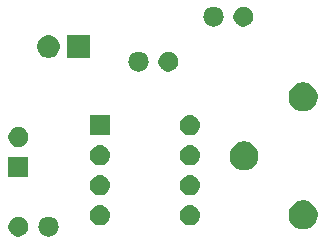
<source format=gbr>
G04 #@! TF.GenerationSoftware,KiCad,Pcbnew,5.1.4-e60b266~84~ubuntu16.04.1*
G04 #@! TF.CreationDate,2019-08-22T14:48:52+07:00*
G04 #@! TF.ProjectId,clock555,636c6f63-6b35-4353-952e-6b696361645f,rev?*
G04 #@! TF.SameCoordinates,Original*
G04 #@! TF.FileFunction,Soldermask,Bot*
G04 #@! TF.FilePolarity,Negative*
%FSLAX46Y46*%
G04 Gerber Fmt 4.6, Leading zero omitted, Abs format (unit mm)*
G04 Created by KiCad (PCBNEW 5.1.4-e60b266~84~ubuntu16.04.1) date 2019-08-22 14:48:52*
%MOMM*%
%LPD*%
G04 APERTURE LIST*
%ADD10C,0.100000*%
G04 APERTURE END LIST*
D10*
G36*
X134075623Y-120014513D02*
G01*
X134236042Y-120063176D01*
X134303161Y-120099052D01*
X134383878Y-120142196D01*
X134513459Y-120248541D01*
X134619804Y-120378122D01*
X134619805Y-120378124D01*
X134698824Y-120525958D01*
X134747487Y-120686377D01*
X134763917Y-120853200D01*
X134747487Y-121020023D01*
X134698824Y-121180442D01*
X134658277Y-121256300D01*
X134619804Y-121328278D01*
X134513459Y-121457859D01*
X134383878Y-121564204D01*
X134383876Y-121564205D01*
X134236042Y-121643224D01*
X134075623Y-121691887D01*
X133950604Y-121704200D01*
X133866996Y-121704200D01*
X133741977Y-121691887D01*
X133581558Y-121643224D01*
X133433724Y-121564205D01*
X133433722Y-121564204D01*
X133304141Y-121457859D01*
X133197796Y-121328278D01*
X133159323Y-121256300D01*
X133118776Y-121180442D01*
X133070113Y-121020023D01*
X133053683Y-120853200D01*
X133070113Y-120686377D01*
X133118776Y-120525958D01*
X133197795Y-120378124D01*
X133197796Y-120378122D01*
X133304141Y-120248541D01*
X133433722Y-120142196D01*
X133514439Y-120099052D01*
X133581558Y-120063176D01*
X133741977Y-120014513D01*
X133866996Y-120002200D01*
X133950604Y-120002200D01*
X134075623Y-120014513D01*
X134075623Y-120014513D01*
G37*
G36*
X131617028Y-120034903D02*
G01*
X131771900Y-120099053D01*
X131911281Y-120192185D01*
X132029815Y-120310719D01*
X132122947Y-120450100D01*
X132187097Y-120604972D01*
X132219800Y-120769384D01*
X132219800Y-120937016D01*
X132187097Y-121101428D01*
X132122947Y-121256300D01*
X132029815Y-121395681D01*
X131911281Y-121514215D01*
X131771900Y-121607347D01*
X131617028Y-121671497D01*
X131452616Y-121704200D01*
X131284984Y-121704200D01*
X131120572Y-121671497D01*
X130965700Y-121607347D01*
X130826319Y-121514215D01*
X130707785Y-121395681D01*
X130614653Y-121256300D01*
X130550503Y-121101428D01*
X130517800Y-120937016D01*
X130517800Y-120769384D01*
X130550503Y-120604972D01*
X130614653Y-120450100D01*
X130707785Y-120310719D01*
X130826319Y-120192185D01*
X130965700Y-120099053D01*
X131120572Y-120034903D01*
X131284984Y-120002200D01*
X131452616Y-120002200D01*
X131617028Y-120034903D01*
X131617028Y-120034903D01*
G37*
G36*
X155829553Y-118688522D02*
G01*
X155921594Y-118726647D01*
X156051759Y-118780563D01*
X156251742Y-118914187D01*
X156421813Y-119084258D01*
X156555437Y-119284241D01*
X156647478Y-119506448D01*
X156694400Y-119742341D01*
X156694400Y-119982859D01*
X156647478Y-120218752D01*
X156555437Y-120440959D01*
X156421813Y-120640942D01*
X156251742Y-120811013D01*
X156051759Y-120944637D01*
X155921594Y-120998553D01*
X155829553Y-121036678D01*
X155593659Y-121083600D01*
X155353141Y-121083600D01*
X155117247Y-121036678D01*
X155025206Y-120998553D01*
X154895041Y-120944637D01*
X154695058Y-120811013D01*
X154524987Y-120640942D01*
X154391363Y-120440959D01*
X154299322Y-120218752D01*
X154252400Y-119982859D01*
X154252400Y-119742341D01*
X154299322Y-119506448D01*
X154391363Y-119284241D01*
X154524987Y-119084258D01*
X154695058Y-118914187D01*
X154895041Y-118780563D01*
X155025206Y-118726647D01*
X155117247Y-118688522D01*
X155353141Y-118641600D01*
X155593659Y-118641600D01*
X155829553Y-118688522D01*
X155829553Y-118688522D01*
G37*
G36*
X146040382Y-119064513D02*
G01*
X146200801Y-119113176D01*
X146333465Y-119184086D01*
X146348637Y-119192196D01*
X146478218Y-119298541D01*
X146584563Y-119428122D01*
X146584564Y-119428124D01*
X146663583Y-119575958D01*
X146712246Y-119736377D01*
X146728676Y-119903200D01*
X146712246Y-120070023D01*
X146663583Y-120230442D01*
X146620674Y-120310719D01*
X146584563Y-120378278D01*
X146478218Y-120507859D01*
X146348637Y-120614204D01*
X146348635Y-120614205D01*
X146200801Y-120693224D01*
X146040382Y-120741887D01*
X145915363Y-120754200D01*
X145831755Y-120754200D01*
X145706736Y-120741887D01*
X145546317Y-120693224D01*
X145398483Y-120614205D01*
X145398481Y-120614204D01*
X145268900Y-120507859D01*
X145162555Y-120378278D01*
X145126444Y-120310719D01*
X145083535Y-120230442D01*
X145034872Y-120070023D01*
X145018442Y-119903200D01*
X145034872Y-119736377D01*
X145083535Y-119575958D01*
X145162554Y-119428124D01*
X145162555Y-119428122D01*
X145268900Y-119298541D01*
X145398481Y-119192196D01*
X145413653Y-119184086D01*
X145546317Y-119113176D01*
X145706736Y-119064513D01*
X145831755Y-119052200D01*
X145915363Y-119052200D01*
X146040382Y-119064513D01*
X146040382Y-119064513D01*
G37*
G36*
X138420382Y-119064513D02*
G01*
X138580801Y-119113176D01*
X138713465Y-119184086D01*
X138728637Y-119192196D01*
X138858218Y-119298541D01*
X138964563Y-119428122D01*
X138964564Y-119428124D01*
X139043583Y-119575958D01*
X139092246Y-119736377D01*
X139108676Y-119903200D01*
X139092246Y-120070023D01*
X139043583Y-120230442D01*
X139000674Y-120310719D01*
X138964563Y-120378278D01*
X138858218Y-120507859D01*
X138728637Y-120614204D01*
X138728635Y-120614205D01*
X138580801Y-120693224D01*
X138420382Y-120741887D01*
X138295363Y-120754200D01*
X138211755Y-120754200D01*
X138086736Y-120741887D01*
X137926317Y-120693224D01*
X137778483Y-120614205D01*
X137778481Y-120614204D01*
X137648900Y-120507859D01*
X137542555Y-120378278D01*
X137506444Y-120310719D01*
X137463535Y-120230442D01*
X137414872Y-120070023D01*
X137398442Y-119903200D01*
X137414872Y-119736377D01*
X137463535Y-119575958D01*
X137542554Y-119428124D01*
X137542555Y-119428122D01*
X137648900Y-119298541D01*
X137778481Y-119192196D01*
X137793653Y-119184086D01*
X137926317Y-119113176D01*
X138086736Y-119064513D01*
X138211755Y-119052200D01*
X138295363Y-119052200D01*
X138420382Y-119064513D01*
X138420382Y-119064513D01*
G37*
G36*
X146040382Y-116524513D02*
G01*
X146200801Y-116573176D01*
X146296260Y-116624200D01*
X146348637Y-116652196D01*
X146478218Y-116758541D01*
X146584563Y-116888122D01*
X146584564Y-116888124D01*
X146663583Y-117035958D01*
X146712246Y-117196377D01*
X146728676Y-117363200D01*
X146712246Y-117530023D01*
X146663583Y-117690442D01*
X146592673Y-117823106D01*
X146584563Y-117838278D01*
X146478218Y-117967859D01*
X146348637Y-118074204D01*
X146348635Y-118074205D01*
X146200801Y-118153224D01*
X146040382Y-118201887D01*
X145915363Y-118214200D01*
X145831755Y-118214200D01*
X145706736Y-118201887D01*
X145546317Y-118153224D01*
X145398483Y-118074205D01*
X145398481Y-118074204D01*
X145268900Y-117967859D01*
X145162555Y-117838278D01*
X145154445Y-117823106D01*
X145083535Y-117690442D01*
X145034872Y-117530023D01*
X145018442Y-117363200D01*
X145034872Y-117196377D01*
X145083535Y-117035958D01*
X145162554Y-116888124D01*
X145162555Y-116888122D01*
X145268900Y-116758541D01*
X145398481Y-116652196D01*
X145450858Y-116624200D01*
X145546317Y-116573176D01*
X145706736Y-116524513D01*
X145831755Y-116512200D01*
X145915363Y-116512200D01*
X146040382Y-116524513D01*
X146040382Y-116524513D01*
G37*
G36*
X138420382Y-116524513D02*
G01*
X138580801Y-116573176D01*
X138676260Y-116624200D01*
X138728637Y-116652196D01*
X138858218Y-116758541D01*
X138964563Y-116888122D01*
X138964564Y-116888124D01*
X139043583Y-117035958D01*
X139092246Y-117196377D01*
X139108676Y-117363200D01*
X139092246Y-117530023D01*
X139043583Y-117690442D01*
X138972673Y-117823106D01*
X138964563Y-117838278D01*
X138858218Y-117967859D01*
X138728637Y-118074204D01*
X138728635Y-118074205D01*
X138580801Y-118153224D01*
X138420382Y-118201887D01*
X138295363Y-118214200D01*
X138211755Y-118214200D01*
X138086736Y-118201887D01*
X137926317Y-118153224D01*
X137778483Y-118074205D01*
X137778481Y-118074204D01*
X137648900Y-117967859D01*
X137542555Y-117838278D01*
X137534445Y-117823106D01*
X137463535Y-117690442D01*
X137414872Y-117530023D01*
X137398442Y-117363200D01*
X137414872Y-117196377D01*
X137463535Y-117035958D01*
X137542554Y-116888124D01*
X137542555Y-116888122D01*
X137648900Y-116758541D01*
X137778481Y-116652196D01*
X137830858Y-116624200D01*
X137926317Y-116573176D01*
X138086736Y-116524513D01*
X138211755Y-116512200D01*
X138295363Y-116512200D01*
X138420382Y-116524513D01*
X138420382Y-116524513D01*
G37*
G36*
X132219800Y-116624200D02*
G01*
X130517800Y-116624200D01*
X130517800Y-114922200D01*
X132219800Y-114922200D01*
X132219800Y-116624200D01*
X132219800Y-116624200D01*
G37*
G36*
X150711605Y-113665061D02*
G01*
X150829553Y-113688522D01*
X150921594Y-113726647D01*
X151051759Y-113780563D01*
X151251742Y-113914187D01*
X151421813Y-114084258D01*
X151555437Y-114284241D01*
X151581897Y-114348122D01*
X151643135Y-114495961D01*
X151647478Y-114506448D01*
X151694400Y-114742341D01*
X151694400Y-114982859D01*
X151647478Y-115218752D01*
X151555437Y-115440959D01*
X151421813Y-115640942D01*
X151251742Y-115811013D01*
X151051759Y-115944637D01*
X150921594Y-115998553D01*
X150829553Y-116036678D01*
X150593659Y-116083600D01*
X150353141Y-116083600D01*
X150117247Y-116036678D01*
X150025206Y-115998553D01*
X149895041Y-115944637D01*
X149695058Y-115811013D01*
X149524987Y-115640942D01*
X149391363Y-115440959D01*
X149299322Y-115218752D01*
X149252400Y-114982859D01*
X149252400Y-114742341D01*
X149299322Y-114506448D01*
X149303666Y-114495961D01*
X149364903Y-114348122D01*
X149391363Y-114284241D01*
X149524987Y-114084258D01*
X149695058Y-113914187D01*
X149895041Y-113780563D01*
X150025206Y-113726647D01*
X150117247Y-113688522D01*
X150235195Y-113665061D01*
X150353141Y-113641600D01*
X150593659Y-113641600D01*
X150711605Y-113665061D01*
X150711605Y-113665061D01*
G37*
G36*
X138420382Y-113984513D02*
G01*
X138580801Y-114033176D01*
X138689908Y-114091495D01*
X138728637Y-114112196D01*
X138858218Y-114218541D01*
X138964563Y-114348122D01*
X138964564Y-114348124D01*
X139043583Y-114495958D01*
X139092246Y-114656377D01*
X139108676Y-114823200D01*
X139092246Y-114990023D01*
X139043583Y-115150442D01*
X139007070Y-115218753D01*
X138964563Y-115298278D01*
X138858218Y-115427859D01*
X138728637Y-115534204D01*
X138728635Y-115534205D01*
X138580801Y-115613224D01*
X138420382Y-115661887D01*
X138295363Y-115674200D01*
X138211755Y-115674200D01*
X138086736Y-115661887D01*
X137926317Y-115613224D01*
X137778483Y-115534205D01*
X137778481Y-115534204D01*
X137648900Y-115427859D01*
X137542555Y-115298278D01*
X137500048Y-115218753D01*
X137463535Y-115150442D01*
X137414872Y-114990023D01*
X137398442Y-114823200D01*
X137414872Y-114656377D01*
X137463535Y-114495958D01*
X137542554Y-114348124D01*
X137542555Y-114348122D01*
X137648900Y-114218541D01*
X137778481Y-114112196D01*
X137817210Y-114091495D01*
X137926317Y-114033176D01*
X138086736Y-113984513D01*
X138211755Y-113972200D01*
X138295363Y-113972200D01*
X138420382Y-113984513D01*
X138420382Y-113984513D01*
G37*
G36*
X146040382Y-113984513D02*
G01*
X146200801Y-114033176D01*
X146309908Y-114091495D01*
X146348637Y-114112196D01*
X146478218Y-114218541D01*
X146584563Y-114348122D01*
X146584564Y-114348124D01*
X146663583Y-114495958D01*
X146712246Y-114656377D01*
X146728676Y-114823200D01*
X146712246Y-114990023D01*
X146663583Y-115150442D01*
X146627070Y-115218753D01*
X146584563Y-115298278D01*
X146478218Y-115427859D01*
X146348637Y-115534204D01*
X146348635Y-115534205D01*
X146200801Y-115613224D01*
X146040382Y-115661887D01*
X145915363Y-115674200D01*
X145831755Y-115674200D01*
X145706736Y-115661887D01*
X145546317Y-115613224D01*
X145398483Y-115534205D01*
X145398481Y-115534204D01*
X145268900Y-115427859D01*
X145162555Y-115298278D01*
X145120048Y-115218753D01*
X145083535Y-115150442D01*
X145034872Y-114990023D01*
X145018442Y-114823200D01*
X145034872Y-114656377D01*
X145083535Y-114495958D01*
X145162554Y-114348124D01*
X145162555Y-114348122D01*
X145268900Y-114218541D01*
X145398481Y-114112196D01*
X145437210Y-114091495D01*
X145546317Y-114033176D01*
X145706736Y-113984513D01*
X145831755Y-113972200D01*
X145915363Y-113972200D01*
X146040382Y-113984513D01*
X146040382Y-113984513D01*
G37*
G36*
X131617028Y-112454903D02*
G01*
X131771900Y-112519053D01*
X131911281Y-112612185D01*
X132029815Y-112730719D01*
X132122947Y-112870100D01*
X132187097Y-113024972D01*
X132219800Y-113189384D01*
X132219800Y-113357016D01*
X132187097Y-113521428D01*
X132122947Y-113676300D01*
X132029815Y-113815681D01*
X131911281Y-113934215D01*
X131771900Y-114027347D01*
X131617028Y-114091497D01*
X131452616Y-114124200D01*
X131284984Y-114124200D01*
X131120572Y-114091497D01*
X130965700Y-114027347D01*
X130826319Y-113934215D01*
X130707785Y-113815681D01*
X130614653Y-113676300D01*
X130550503Y-113521428D01*
X130517800Y-113357016D01*
X130517800Y-113189384D01*
X130550503Y-113024972D01*
X130614653Y-112870100D01*
X130707785Y-112730719D01*
X130826319Y-112612185D01*
X130965700Y-112519053D01*
X131120572Y-112454903D01*
X131284984Y-112422200D01*
X131452616Y-112422200D01*
X131617028Y-112454903D01*
X131617028Y-112454903D01*
G37*
G36*
X139104559Y-113134200D02*
G01*
X137402559Y-113134200D01*
X137402559Y-111432200D01*
X139104559Y-111432200D01*
X139104559Y-113134200D01*
X139104559Y-113134200D01*
G37*
G36*
X146040382Y-111444513D02*
G01*
X146200801Y-111493176D01*
X146333465Y-111564086D01*
X146348637Y-111572196D01*
X146478218Y-111678541D01*
X146584563Y-111808122D01*
X146584564Y-111808124D01*
X146663583Y-111955958D01*
X146712246Y-112116377D01*
X146728676Y-112283200D01*
X146712246Y-112450023D01*
X146663583Y-112610442D01*
X146599293Y-112730720D01*
X146584563Y-112758278D01*
X146478218Y-112887859D01*
X146348637Y-112994204D01*
X146348635Y-112994205D01*
X146200801Y-113073224D01*
X146040382Y-113121887D01*
X145915363Y-113134200D01*
X145831755Y-113134200D01*
X145706736Y-113121887D01*
X145546317Y-113073224D01*
X145398483Y-112994205D01*
X145398481Y-112994204D01*
X145268900Y-112887859D01*
X145162555Y-112758278D01*
X145147825Y-112730720D01*
X145083535Y-112610442D01*
X145034872Y-112450023D01*
X145018442Y-112283200D01*
X145034872Y-112116377D01*
X145083535Y-111955958D01*
X145162554Y-111808124D01*
X145162555Y-111808122D01*
X145268900Y-111678541D01*
X145398481Y-111572196D01*
X145413653Y-111564086D01*
X145546317Y-111493176D01*
X145706736Y-111444513D01*
X145831755Y-111432200D01*
X145915363Y-111432200D01*
X146040382Y-111444513D01*
X146040382Y-111444513D01*
G37*
G36*
X155711605Y-108665061D02*
G01*
X155829553Y-108688522D01*
X155921594Y-108726647D01*
X156051759Y-108780563D01*
X156251742Y-108914187D01*
X156421813Y-109084258D01*
X156555437Y-109284241D01*
X156647478Y-109506448D01*
X156694400Y-109742341D01*
X156694400Y-109982859D01*
X156647478Y-110218752D01*
X156555437Y-110440959D01*
X156421813Y-110640942D01*
X156251742Y-110811013D01*
X156051759Y-110944637D01*
X155921594Y-110998553D01*
X155829553Y-111036678D01*
X155593659Y-111083600D01*
X155353141Y-111083600D01*
X155117247Y-111036678D01*
X155025206Y-110998553D01*
X154895041Y-110944637D01*
X154695058Y-110811013D01*
X154524987Y-110640942D01*
X154391363Y-110440959D01*
X154299322Y-110218752D01*
X154252400Y-109982859D01*
X154252400Y-109742341D01*
X154299322Y-109506448D01*
X154391363Y-109284241D01*
X154524987Y-109084258D01*
X154695058Y-108914187D01*
X154895041Y-108780563D01*
X155025206Y-108726647D01*
X155117247Y-108688522D01*
X155235195Y-108665061D01*
X155353141Y-108641600D01*
X155593659Y-108641600D01*
X155711605Y-108665061D01*
X155711605Y-108665061D01*
G37*
G36*
X141695623Y-106044513D02*
G01*
X141856042Y-106093176D01*
X141923161Y-106129052D01*
X142003878Y-106172196D01*
X142133459Y-106278541D01*
X142239804Y-106408122D01*
X142239805Y-106408124D01*
X142318824Y-106555958D01*
X142367487Y-106716377D01*
X142383917Y-106883200D01*
X142367487Y-107050023D01*
X142318824Y-107210442D01*
X142278277Y-107286300D01*
X142239804Y-107358278D01*
X142133459Y-107487859D01*
X142003878Y-107594204D01*
X142003876Y-107594205D01*
X141856042Y-107673224D01*
X141695623Y-107721887D01*
X141570604Y-107734200D01*
X141486996Y-107734200D01*
X141361977Y-107721887D01*
X141201558Y-107673224D01*
X141053724Y-107594205D01*
X141053722Y-107594204D01*
X140924141Y-107487859D01*
X140817796Y-107358278D01*
X140779323Y-107286300D01*
X140738776Y-107210442D01*
X140690113Y-107050023D01*
X140673683Y-106883200D01*
X140690113Y-106716377D01*
X140738776Y-106555958D01*
X140817795Y-106408124D01*
X140817796Y-106408122D01*
X140924141Y-106278541D01*
X141053722Y-106172196D01*
X141134439Y-106129052D01*
X141201558Y-106093176D01*
X141361977Y-106044513D01*
X141486996Y-106032200D01*
X141570604Y-106032200D01*
X141695623Y-106044513D01*
X141695623Y-106044513D01*
G37*
G36*
X144317028Y-106064903D02*
G01*
X144471900Y-106129053D01*
X144611281Y-106222185D01*
X144729815Y-106340719D01*
X144822947Y-106480100D01*
X144887097Y-106634972D01*
X144919800Y-106799384D01*
X144919800Y-106967016D01*
X144887097Y-107131428D01*
X144822947Y-107286300D01*
X144729815Y-107425681D01*
X144611281Y-107544215D01*
X144471900Y-107637347D01*
X144317028Y-107701497D01*
X144152616Y-107734200D01*
X143984984Y-107734200D01*
X143820572Y-107701497D01*
X143665700Y-107637347D01*
X143526319Y-107544215D01*
X143407785Y-107425681D01*
X143314653Y-107286300D01*
X143250503Y-107131428D01*
X143217800Y-106967016D01*
X143217800Y-106799384D01*
X143250503Y-106634972D01*
X143314653Y-106480100D01*
X143407785Y-106340719D01*
X143526319Y-106222185D01*
X143665700Y-106129053D01*
X143820572Y-106064903D01*
X143984984Y-106032200D01*
X144152616Y-106032200D01*
X144317028Y-106064903D01*
X144317028Y-106064903D01*
G37*
G36*
X134186195Y-104698746D02*
G01*
X134359266Y-104770434D01*
X134359267Y-104770435D01*
X134515027Y-104874510D01*
X134647490Y-105006973D01*
X134647491Y-105006975D01*
X134751566Y-105162734D01*
X134823254Y-105335805D01*
X134859800Y-105519533D01*
X134859800Y-105706867D01*
X134823254Y-105890595D01*
X134751566Y-106063666D01*
X134731848Y-106093176D01*
X134647490Y-106219427D01*
X134515027Y-106351890D01*
X134436618Y-106404281D01*
X134359266Y-106455966D01*
X134186195Y-106527654D01*
X134002467Y-106564200D01*
X133815133Y-106564200D01*
X133631405Y-106527654D01*
X133458334Y-106455966D01*
X133380982Y-106404281D01*
X133302573Y-106351890D01*
X133170110Y-106219427D01*
X133085752Y-106093176D01*
X133066034Y-106063666D01*
X132994346Y-105890595D01*
X132957800Y-105706867D01*
X132957800Y-105519533D01*
X132994346Y-105335805D01*
X133066034Y-105162734D01*
X133170109Y-105006975D01*
X133170110Y-105006973D01*
X133302573Y-104874510D01*
X133458333Y-104770435D01*
X133458334Y-104770434D01*
X133631405Y-104698746D01*
X133815133Y-104662200D01*
X134002467Y-104662200D01*
X134186195Y-104698746D01*
X134186195Y-104698746D01*
G37*
G36*
X137399800Y-106564200D02*
G01*
X135497800Y-106564200D01*
X135497800Y-104662200D01*
X137399800Y-104662200D01*
X137399800Y-106564200D01*
X137399800Y-106564200D01*
G37*
G36*
X150667028Y-102254903D02*
G01*
X150821900Y-102319053D01*
X150961281Y-102412185D01*
X151079815Y-102530719D01*
X151172947Y-102670100D01*
X151237097Y-102824972D01*
X151269800Y-102989384D01*
X151269800Y-103157016D01*
X151237097Y-103321428D01*
X151172947Y-103476300D01*
X151079815Y-103615681D01*
X150961281Y-103734215D01*
X150821900Y-103827347D01*
X150667028Y-103891497D01*
X150502616Y-103924200D01*
X150334984Y-103924200D01*
X150170572Y-103891497D01*
X150015700Y-103827347D01*
X149876319Y-103734215D01*
X149757785Y-103615681D01*
X149664653Y-103476300D01*
X149600503Y-103321428D01*
X149567800Y-103157016D01*
X149567800Y-102989384D01*
X149600503Y-102824972D01*
X149664653Y-102670100D01*
X149757785Y-102530719D01*
X149876319Y-102412185D01*
X150015700Y-102319053D01*
X150170572Y-102254903D01*
X150334984Y-102222200D01*
X150502616Y-102222200D01*
X150667028Y-102254903D01*
X150667028Y-102254903D01*
G37*
G36*
X148045623Y-102234513D02*
G01*
X148206042Y-102283176D01*
X148273161Y-102319052D01*
X148353878Y-102362196D01*
X148483459Y-102468541D01*
X148589804Y-102598122D01*
X148589805Y-102598124D01*
X148668824Y-102745958D01*
X148717487Y-102906377D01*
X148733917Y-103073200D01*
X148717487Y-103240023D01*
X148668824Y-103400442D01*
X148628277Y-103476300D01*
X148589804Y-103548278D01*
X148483459Y-103677859D01*
X148353878Y-103784204D01*
X148353876Y-103784205D01*
X148206042Y-103863224D01*
X148045623Y-103911887D01*
X147920604Y-103924200D01*
X147836996Y-103924200D01*
X147711977Y-103911887D01*
X147551558Y-103863224D01*
X147403724Y-103784205D01*
X147403722Y-103784204D01*
X147274141Y-103677859D01*
X147167796Y-103548278D01*
X147129323Y-103476300D01*
X147088776Y-103400442D01*
X147040113Y-103240023D01*
X147023683Y-103073200D01*
X147040113Y-102906377D01*
X147088776Y-102745958D01*
X147167795Y-102598124D01*
X147167796Y-102598122D01*
X147274141Y-102468541D01*
X147403722Y-102362196D01*
X147484439Y-102319052D01*
X147551558Y-102283176D01*
X147711977Y-102234513D01*
X147836996Y-102222200D01*
X147920604Y-102222200D01*
X148045623Y-102234513D01*
X148045623Y-102234513D01*
G37*
M02*

</source>
